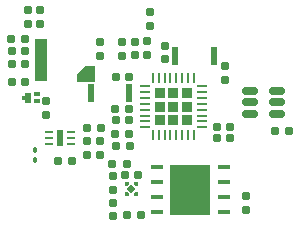
<source format=gbr>
%TF.GenerationSoftware,KiCad,Pcbnew,8.0.5*%
%TF.CreationDate,2024-10-05T23:36:15+02:00*%
%TF.ProjectId,projet s6,70726f6a-6574-4207-9336-2e6b69636164,rev?*%
%TF.SameCoordinates,Original*%
%TF.FileFunction,Paste,Top*%
%TF.FilePolarity,Positive*%
%FSLAX46Y46*%
G04 Gerber Fmt 4.6, Leading zero omitted, Abs format (unit mm)*
G04 Created by KiCad (PCBNEW 8.0.5) date 2024-10-05 23:36:15*
%MOMM*%
%LPD*%
G01*
G04 APERTURE LIST*
G04 Aperture macros list*
%AMRoundRect*
0 Rectangle with rounded corners*
0 $1 Rounding radius*
0 $2 $3 $4 $5 $6 $7 $8 $9 X,Y pos of 4 corners*
0 Add a 4 corners polygon primitive as box body*
4,1,4,$2,$3,$4,$5,$6,$7,$8,$9,$2,$3,0*
0 Add four circle primitives for the rounded corners*
1,1,$1+$1,$2,$3*
1,1,$1+$1,$4,$5*
1,1,$1+$1,$6,$7*
1,1,$1+$1,$8,$9*
0 Add four rect primitives between the rounded corners*
20,1,$1+$1,$2,$3,$4,$5,0*
20,1,$1+$1,$4,$5,$6,$7,0*
20,1,$1+$1,$6,$7,$8,$9,0*
20,1,$1+$1,$8,$9,$2,$3,0*%
%AMRotRect*
0 Rectangle, with rotation*
0 The origin of the aperture is its center*
0 $1 length*
0 $2 width*
0 $3 Rotation angle, in degrees counterclockwise*
0 Add horizontal line*
21,1,$1,$2,0,0,$3*%
%AMOutline4P*
0 Free polygon, 4 corners , with rotation*
0 The origin of the aperture is its center*
0 number of corners: always 4*
0 $1 to $8 corner X, Y*
0 $9 Rotation angle, in degrees counterclockwise*
0 create outline with 4 corners*
4,1,4,$1,$2,$3,$4,$5,$6,$7,$8,$1,$2,$9*%
%AMOutline5P*
0 Free polygon, 5 corners , with rotation*
0 The origin of the aperture is its center*
0 number of corners: always 5*
0 $1 to $10 corner X, Y*
0 $11 Rotation angle, in degrees counterclockwise*
0 create outline with 5 corners*
4,1,5,$1,$2,$3,$4,$5,$6,$7,$8,$9,$10,$1,$2,$11*%
%AMOutline6P*
0 Free polygon, 6 corners , with rotation*
0 The origin of the aperture is its center*
0 number of corners: always 6*
0 $1 to $12 corner X, Y*
0 $13 Rotation angle, in degrees counterclockwise*
0 create outline with 6 corners*
4,1,6,$1,$2,$3,$4,$5,$6,$7,$8,$9,$10,$11,$12,$1,$2,$13*%
%AMOutline7P*
0 Free polygon, 7 corners , with rotation*
0 The origin of the aperture is its center*
0 number of corners: always 7*
0 $1 to $14 corner X, Y*
0 $15 Rotation angle, in degrees counterclockwise*
0 create outline with 7 corners*
4,1,7,$1,$2,$3,$4,$5,$6,$7,$8,$9,$10,$11,$12,$13,$14,$1,$2,$15*%
%AMOutline8P*
0 Free polygon, 8 corners , with rotation*
0 The origin of the aperture is its center*
0 number of corners: always 8*
0 $1 to $16 corner X, Y*
0 $17 Rotation angle, in degrees counterclockwise*
0 create outline with 8 corners*
4,1,8,$1,$2,$3,$4,$5,$6,$7,$8,$9,$10,$11,$12,$13,$14,$15,$16,$1,$2,$17*%
G04 Aperture macros list end*
%ADD10Outline5P,-0.207500X0.150000X0.207500X0.150000X0.207500X0.000000X0.057500X-0.150000X-0.207500X-0.150000X270.000000*%
%ADD11Outline5P,-0.207500X0.150000X0.057500X0.150000X0.207500X0.000000X0.207500X-0.150000X-0.207500X-0.150000X270.000000*%
%ADD12RotRect,0.500000X0.500000X315.000000*%
%ADD13Outline5P,-0.207500X0.000000X-0.057500X0.150000X0.207500X0.150000X0.207500X-0.150000X-0.207500X-0.150000X270.000000*%
%ADD14Outline5P,-0.207500X0.150000X0.207500X0.150000X0.207500X-0.150000X-0.057500X-0.150000X-0.207500X0.000000X270.000000*%
%ADD15RoundRect,0.155000X-0.155000X0.212500X-0.155000X-0.212500X0.155000X-0.212500X0.155000X0.212500X0*%
%ADD16RoundRect,0.160000X0.197500X0.160000X-0.197500X0.160000X-0.197500X-0.160000X0.197500X-0.160000X0*%
%ADD17RoundRect,0.232500X-0.232500X-0.232500X0.232500X-0.232500X0.232500X0.232500X-0.232500X0.232500X0*%
%ADD18RoundRect,0.062500X-0.375000X-0.062500X0.375000X-0.062500X0.375000X0.062500X-0.375000X0.062500X0*%
%ADD19RoundRect,0.062500X-0.062500X-0.375000X0.062500X-0.375000X0.062500X0.375000X-0.062500X0.375000X0*%
%ADD20RoundRect,0.155000X0.212500X0.155000X-0.212500X0.155000X-0.212500X-0.155000X0.212500X-0.155000X0*%
%ADD21RoundRect,0.160000X-0.197500X-0.160000X0.197500X-0.160000X0.197500X0.160000X-0.197500X0.160000X0*%
%ADD22RoundRect,0.160000X0.160000X-0.197500X0.160000X0.197500X-0.160000X0.197500X-0.160000X-0.197500X0*%
%ADD23RoundRect,0.150000X0.512500X0.150000X-0.512500X0.150000X-0.512500X-0.150000X0.512500X-0.150000X0*%
%ADD24RoundRect,0.090000X-0.090000X0.139000X-0.090000X-0.139000X0.090000X-0.139000X0.090000X0.139000X0*%
%ADD25RoundRect,0.155000X0.155000X-0.212500X0.155000X0.212500X-0.155000X0.212500X-0.155000X-0.212500X0*%
%ADD26R,0.550000X1.500000*%
%ADD27RoundRect,0.155000X-0.212500X-0.155000X0.212500X-0.155000X0.212500X0.155000X-0.212500X0.155000X0*%
%ADD28R,0.799999X0.250000*%
%ADD29R,0.610000X1.420000*%
%ADD30RoundRect,0.160000X-0.160000X0.197500X-0.160000X-0.197500X0.160000X-0.197500X0.160000X0.197500X0*%
%ADD31R,1.050000X0.450000*%
%ADD32R,3.450000X4.350000*%
%ADD33Outline5P,-0.650000X0.750000X0.650000X0.750000X0.650000X-0.750000X0.000000X-0.750000X-0.650000X-0.100000X270.000000*%
%ADD34R,1.100000X3.600000*%
%ADD35R,0.500000X0.350000*%
%ADD36R,0.340000X0.330000*%
%ADD37Outline4P,-0.450000X-0.220000X0.450000X-0.220000X0.450000X0.220000X-0.450000X0.220000X90.000000*%
G04 APERTURE END LIST*
D10*
%TO.C,U3*%
X192935000Y-80742500D03*
D11*
X192225000Y-80742500D03*
D12*
X192580000Y-81135000D03*
D13*
X192225000Y-81527500D03*
D14*
X192935000Y-81527500D03*
%TD*%
D15*
%TO.C,C14*%
X190980000Y-82302500D03*
X190980000Y-83437500D03*
%TD*%
D16*
%TO.C,R1*%
X190017500Y-76000000D03*
X188822500Y-76000000D03*
%TD*%
D17*
%TO.C,U1*%
X194980000Y-73010000D03*
X194980000Y-74160000D03*
X194980000Y-75310000D03*
X196130000Y-73010000D03*
X196130000Y-74160000D03*
X196130000Y-75310000D03*
X197280000Y-73010000D03*
X197280000Y-74160000D03*
X197280000Y-75310000D03*
D18*
X193692500Y-72410000D03*
X193692500Y-72910000D03*
X193692500Y-73410000D03*
X193692500Y-73910000D03*
X193692500Y-74410000D03*
X193692500Y-74910000D03*
X193692500Y-75410000D03*
X193692500Y-75910000D03*
D19*
X194380000Y-76597500D03*
X194880000Y-76597500D03*
X195380000Y-76597500D03*
X195880000Y-76597500D03*
X196380000Y-76597500D03*
X196880000Y-76597500D03*
X197380000Y-76597500D03*
X197880000Y-76597500D03*
D18*
X198567500Y-75910000D03*
X198567500Y-75410000D03*
X198567500Y-74910000D03*
X198567500Y-74410000D03*
X198567500Y-73910000D03*
X198567500Y-73410000D03*
X198567500Y-72910000D03*
X198567500Y-72410000D03*
D19*
X197880000Y-71722500D03*
X197380000Y-71722500D03*
X196880000Y-71722500D03*
X196380000Y-71722500D03*
X195880000Y-71722500D03*
X195380000Y-71722500D03*
X194880000Y-71722500D03*
X194380000Y-71722500D03*
%TD*%
D20*
%TO.C,C3*%
X200917500Y-75890000D03*
X199782500Y-75890000D03*
%TD*%
%TO.C,C13*%
X193367500Y-83370000D03*
X192232500Y-83370000D03*
%TD*%
D21*
%TO.C,R4*%
X204712500Y-76250000D03*
X205907500Y-76250000D03*
%TD*%
D22*
%TO.C,R15*%
X194180000Y-67317500D03*
X194180000Y-66122500D03*
%TD*%
D16*
%TO.C,R7*%
X192430000Y-77450000D03*
X191235000Y-77450000D03*
%TD*%
D20*
%TO.C,C15*%
X193167500Y-79960000D03*
X192032500Y-79960000D03*
%TD*%
D23*
%TO.C,U4*%
X204867500Y-74750000D03*
X204867500Y-73800000D03*
X204867500Y-72850000D03*
X202592500Y-72850000D03*
X202592500Y-73800000D03*
X202592500Y-74750000D03*
%TD*%
D22*
%TO.C,R8*%
X202260000Y-82917500D03*
X202260000Y-81722500D03*
%TD*%
D21*
%TO.C,R9*%
X190972500Y-79000000D03*
X192167500Y-79000000D03*
%TD*%
D24*
%TO.C,D1*%
X184430000Y-77847500D03*
X184430000Y-78712500D03*
%TD*%
D25*
%TO.C,C1*%
X188830000Y-78217500D03*
X188830000Y-77082500D03*
%TD*%
D21*
%TO.C,R6*%
X191205000Y-76440000D03*
X192400000Y-76440000D03*
%TD*%
D25*
%TO.C,C16*%
X192840000Y-69817500D03*
X192840000Y-68682500D03*
%TD*%
D22*
%TO.C,R16*%
X190990000Y-81227500D03*
X190990000Y-80032500D03*
%TD*%
D26*
%TO.C,SW7*%
X196290000Y-69855000D03*
X199540000Y-69855000D03*
%TD*%
D27*
%TO.C,C9*%
X182472500Y-70560000D03*
X183607500Y-70560000D03*
%TD*%
%TO.C,C10*%
X182462500Y-72040000D03*
X183597500Y-72040000D03*
%TD*%
D22*
%TO.C,R5*%
X200490000Y-71937500D03*
X200490000Y-70742500D03*
%TD*%
D28*
%TO.C,U2*%
X185579999Y-76300001D03*
X185579999Y-76800000D03*
X185579999Y-77299999D03*
X187480001Y-77299999D03*
X187480001Y-76800000D03*
X187480001Y-76300001D03*
D29*
X186530000Y-76800000D03*
%TD*%
D21*
%TO.C,R13*%
X182412500Y-68460000D03*
X183607500Y-68460000D03*
%TD*%
D30*
%TO.C,R10*%
X183860000Y-65942500D03*
X183860000Y-67137500D03*
%TD*%
%TO.C,R2*%
X189940000Y-77072500D03*
X189940000Y-78267500D03*
%TD*%
D16*
%TO.C,R3*%
X187537500Y-78730000D03*
X186342500Y-78730000D03*
%TD*%
D31*
%TO.C,IC1*%
X200420000Y-83082500D03*
X200420000Y-81812500D03*
X200420000Y-80542500D03*
X200420000Y-79272500D03*
X194720000Y-79272500D03*
X194720000Y-80542500D03*
X194720000Y-81812500D03*
X194720000Y-83082500D03*
D32*
X197570000Y-81177500D03*
%TD*%
D33*
%TO.C,BT1*%
X188700000Y-71370000D03*
D34*
X184910000Y-70220000D03*
%TD*%
D30*
%TO.C,R11*%
X191820000Y-68642500D03*
X191820000Y-69837500D03*
%TD*%
D20*
%TO.C,C4*%
X200917500Y-76840000D03*
X199782500Y-76840000D03*
%TD*%
D30*
%TO.C,R14*%
X185360000Y-73662500D03*
X185360000Y-74857500D03*
%TD*%
D22*
%TO.C,R12*%
X189890000Y-69847500D03*
X189890000Y-68652500D03*
%TD*%
D27*
%TO.C,C2*%
X191225000Y-74350000D03*
X192360000Y-74350000D03*
%TD*%
D25*
%TO.C,C17*%
X184840000Y-67117500D03*
X184840000Y-65982500D03*
%TD*%
D15*
%TO.C,C6*%
X193930000Y-68622500D03*
X193930000Y-69757500D03*
%TD*%
D35*
%TO.C,Q1*%
X184547500Y-73712500D03*
X184547500Y-73062500D03*
D36*
X183467500Y-73387500D03*
D37*
X183857500Y-73387500D03*
%TD*%
D27*
%TO.C,C5*%
X191232500Y-75310000D03*
X192367500Y-75310000D03*
%TD*%
%TO.C,C7*%
X191272500Y-71640000D03*
X192407500Y-71640000D03*
%TD*%
D26*
%TO.C,SW5*%
X189130000Y-72985000D03*
X192380000Y-72985000D03*
%TD*%
D27*
%TO.C,C8*%
X182452500Y-69460000D03*
X183587500Y-69460000D03*
%TD*%
D15*
%TO.C,C18*%
X195430000Y-69002500D03*
X195430000Y-70137500D03*
%TD*%
M02*

</source>
